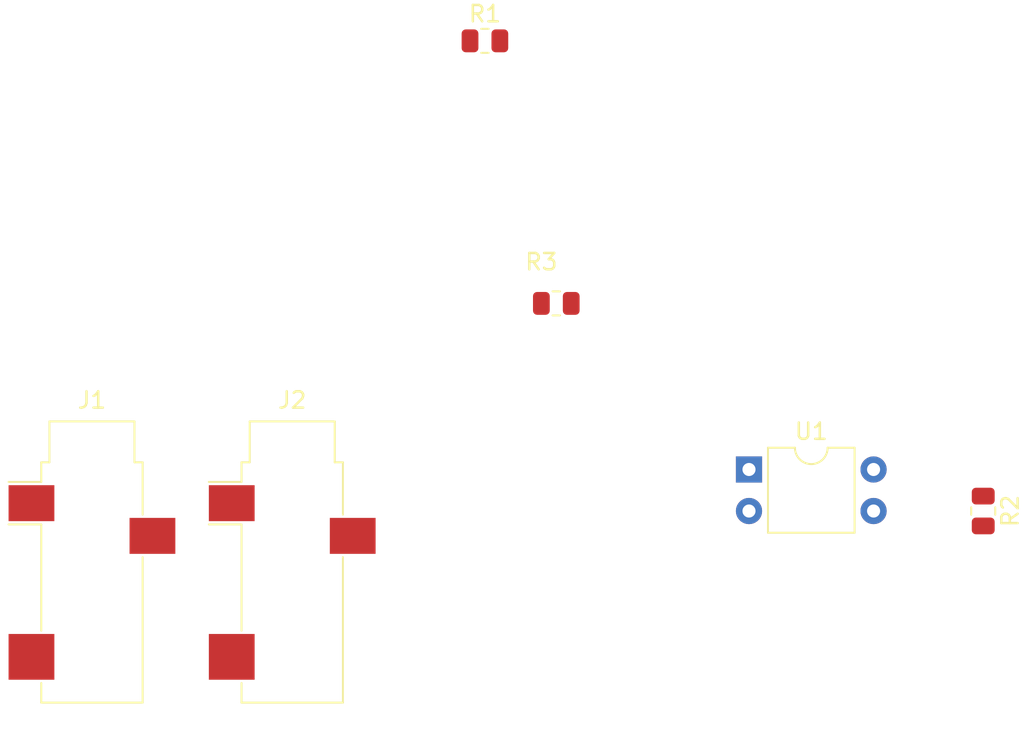
<source format=kicad_pcb>
(kicad_pcb (version 20221018) (generator pcbnew)
  (layers (0 "F.Cu" signal) (31 "B.Cu" signal) (34 "B.Paste" user) (35 "F.Paste" user) (36 "B.SilkS" user "B.Silkscreen") (37 "F.SilkS" user "F.Silkscreen") (38 "B.Mask" user) (39 "F.Mask" user) (44 "Edge.Cuts" user))
  (net 0 "")
  (net 5 "Net-(J1-PadS)")
  (net 6 "Net-(J1-PadT)")
  (net 7 "Net-(R1-Pad2)")
  (net 8 "Net-(R2-Pad1)")
  (net 9 "+3.3V")
  (net 10 "GND")
  (net 11 "Net-(R3-Pad2)")
  (footprint "Resistor_SMD:R_0805_2012Metric" (layer "F.Cu") (at 97.4325 68.58)
    (fp_text reference "R3" (at -0.9125 -2.54) (layer "F.SilkS"))
    (fp_text value "10k")
    (fp_line (start -0.227064 -0.735) (end 0.227064 -0.735) (stroke (width 0.12)) (layer "F.SilkS"))
    (fp_line (start -0.227064 0.735) (end 0.227064 0.735) (stroke (width 0.12)) (layer "F.SilkS"))
    (pad "1" smd roundrect (at -0.9125 0) (size 1.025 1.4) (layers "F.Cu" "F.Paste" "F.Mask") (roundrect_rratio 0.243902) (net 10 "GND"))
    (pad "2" smd roundrect (at 0.9125 0) (size 1.025 1.4) (layers "F.Cu" "F.Paste" "F.Mask") (roundrect_rratio 0.243902) (net 11 "Net-(R3-Pad2)"))
  )
  (footprint "Connector_Audio:Jack_3.5mm_CUI_SJ-3523-SMT_Horizontal" (layer "F.Cu") (at 69.03 84.4)
    (fp_text reference "J1" (at 0 -9.9) (layer "F.SilkS"))
    (fp_text value "Trigger_input")
    (fp_line (start -3.1 -6.1) (end -2.6 -6.1) (stroke (width 0.12)) (layer "F.SilkS"))
    (fp_line (start -3.1 -4.9) (end -5.1 -4.9) (stroke (width 0.12)) (layer "F.SilkS"))
    (fp_line (start -3.1 -4.9) (end -3.1 -6.1) (stroke (width 0.12)) (layer "F.SilkS"))
    (fp_line (start -3.1 -2.3) (end -5.1 -2.3) (stroke (width 0.12)) (layer "F.SilkS"))
    (fp_line (start -3.1 4.2) (end -3.1 -2.3) (stroke (width 0.12)) (layer "F.SilkS"))
    (fp_line (start -3.1 8.6) (end -3.1 7.4) (stroke (width 0.12)) (layer "F.SilkS"))
    (fp_line (start -2.6 -8.6) (end 2.6 -8.6) (stroke (width 0.12)) (layer "F.SilkS"))
    (fp_line (start -2.6 -6.1) (end -2.6 -8.6) (stroke (width 0.12)) (layer "F.SilkS"))
    (fp_line (start 2.6 -8.6) (end 2.6 -6.1) (stroke (width 0.12)) (layer "F.SilkS"))
    (fp_line (start 2.6 -6.1) (end 3.1 -6.1) (stroke (width 0.12)) (layer "F.SilkS"))
    (fp_line (start 3.1 -6.1) (end 3.1 -2.9) (stroke (width 0.12)) (layer "F.SilkS"))
    (fp_line (start 3.1 -0.3) (end 3.1 8.6) (stroke (width 0.12)) (layer "F.SilkS"))
    (fp_line (start 3.1 8.6) (end -3.1 8.6) (stroke (width 0.12)) (layer "F.SilkS"))
    (pad "" np_thru_hole circle (at 0 -2.5) (size 1.7 1.7) (drill 1.7) (layers "*.Cu" "*.Mask"))
    (pad "" np_thru_hole circle (at 0 4.5) (size 1.7 1.7) (drill 1.7) (layers "*.Cu" "*.Mask"))
    (pad "R" smd rect (at 3.7 -1.6) (size 2.8 2.2) (layers "F.Cu" "F.Paste" "F.Mask"))
    (pad "S" smd rect (at -3.7 -3.6) (size 2.8 2.2) (layers "F.Cu" "F.Paste" "F.Mask") (net 5 "Net-(J1-PadS)"))
    (pad "T" smd rect (at -3.7 5.8) (size 2.8 2.8) (layers "F.Cu" "F.Paste" "F.Mask") (net 6 "Net-(J1-PadT)"))
  )
  (footprint "Resistor_SMD:R_0805_2012Metric" (layer "F.Cu") (at 123.5475 81.28 -90)
    (fp_text reference "R2" (at 0 -1.65 90) (layer "F.SilkS"))
    (fp_text value "2k")
    (fp_line (start -0.227064 -0.735) (end 0.227064 -0.735) (stroke (width 0.12)) (layer "F.SilkS"))
    (fp_line (start -0.227064 0.735) (end 0.227064 0.735) (stroke (width 0.12)) (layer "F.SilkS"))
    (pad "1" smd roundrect (at -0.9125 0 270) (size 1.025 1.4) (layers "F.Cu" "F.Paste" "F.Mask") (roundrect_rratio 0.243902) (net 8 "Net-(R2-Pad1)"))
    (pad "2" smd roundrect (at 0.9125 0 270) (size 1.025 1.4) (layers "F.Cu" "F.Paste" "F.Mask") (roundrect_rratio 0.243902) (net 9 "+3.3V"))
  )
  (footprint "Connector_Audio:Jack_3.5mm_CUI_SJ-3523-SMT_Horizontal" (layer "F.Cu") (at 81.28 84.4)
    (fp_text reference "J2" (at 0 -9.9) (layer "F.SilkS"))
    (fp_text value "IR_output")
    (fp_line (start -3.1 -6.1) (end -2.6 -6.1) (stroke (width 0.12)) (layer "F.SilkS"))
    (fp_line (start -3.1 -4.9) (end -5.1 -4.9) (stroke (width 0.12)) (layer "F.SilkS"))
    (fp_line (start -3.1 -4.9) (end -3.1 -6.1) (stroke (width 0.12)) (layer "F.SilkS"))
    (fp_line (start -3.1 -2.3) (end -5.1 -2.3) (stroke (width 0.12)) (layer "F.SilkS"))
    (fp_line (start -3.1 4.2) (end -3.1 -2.3) (stroke (width 0.12)) (layer "F.SilkS"))
    (fp_line (start -3.1 8.6) (end -3.1 7.4) (stroke (width 0.12)) (layer "F.SilkS"))
    (fp_line (start -2.6 -8.6) (end 2.6 -8.6) (stroke (width 0.12)) (layer "F.SilkS"))
    (fp_line (start -2.6 -6.1) (end -2.6 -8.6) (stroke (width 0.12)) (layer "F.SilkS"))
    (fp_line (start 2.6 -8.6) (end 2.6 -6.1) (stroke (width 0.12)) (layer "F.SilkS"))
    (fp_line (start 2.6 -6.1) (end 3.1 -6.1) (stroke (width 0.12)) (layer "F.SilkS"))
    (fp_line (start 3.1 -6.1) (end 3.1 -2.9) (stroke (width 0.12)) (layer "F.SilkS"))
    (fp_line (start 3.1 -0.3) (end 3.1 8.6) (stroke (width 0.12)) (layer "F.SilkS"))
    (fp_line (start 3.1 8.6) (end -3.1 8.6) (stroke (width 0.12)) (layer "F.SilkS"))
    (pad "" np_thru_hole circle (at 0 -2.5) (size 1.7 1.7) (drill 1.7) (layers "*.Cu" "*.Mask"))
    (pad "" np_thru_hole circle (at 0 4.5) (size 1.7 1.7) (drill 1.7) (layers "*.Cu" "*.Mask"))
    (pad "R" smd rect (at 3.7 -1.6) (size 2.8 2.2) (layers "F.Cu" "F.Paste" "F.Mask"))
    (pad "S" smd rect (at -3.7 -3.6) (size 2.8 2.2) (layers "F.Cu" "F.Paste" "F.Mask"))
    (pad "T" smd rect (at -3.7 5.8) (size 2.8 2.8) (layers "F.Cu" "F.Paste" "F.Mask"))
  )
  (footprint "Resistor_SMD:R_0805_2012Metric" (layer "F.Cu") (at 93.0675 52.52)
    (fp_text reference "R1" (at 0 -1.65) (layer "F.SilkS"))
    (fp_text value "2k")
    (fp_line (start -0.227064 -0.735) (end 0.227064 -0.735) (stroke (width 0.12)) (layer "F.SilkS"))
    (fp_line (start -0.227064 0.735) (end 0.227064 0.735) (stroke (width 0.12)) (layer "F.SilkS"))
    (pad "1" smd roundrect (at -0.9125 0) (size 1.025 1.4) (layers "F.Cu" "F.Paste" "F.Mask") (roundrect_rratio 0.243902) (net 6 "Net-(J1-PadT)"))
    (pad "2" smd roundrect (at 0.9125 0) (size 1.025 1.4) (layers "F.Cu" "F.Paste" "F.Mask") (roundrect_rratio 0.243902) (net 7 "Net-(R1-Pad2)"))
  )
  (footprint "Package_DIP:DIP-4_W7.62mm" (layer "F.Cu") (at 109.22 78.74)
    (fp_text reference "U1" (at 3.81 -2.33) (layer "F.SilkS"))
    (fp_text value "PC817")
    (fp_line (start 1.16 -1.33) (end 1.16 3.87) (stroke (width 0.12)) (layer "F.SilkS"))
    (fp_line (start 1.16 3.87) (end 6.46 3.87) (stroke (width 0.12)) (layer "F.SilkS"))
    (fp_line (start 2.81 -1.33) (end 1.16 -1.33) (stroke (width 0.12)) (layer "F.SilkS"))
    (fp_line (start 6.46 -1.33) (end 4.81 -1.33) (stroke (width 0.12)) (layer "F.SilkS"))
    (fp_line (start 6.46 3.87) (end 6.46 -1.33) (stroke (width 0.12)) (layer "F.SilkS"))
    (fp_arc (start 4.81 -1.33) (mid 3.81 -0.33) (end 2.81 -1.33) (stroke (width 0.12)) (layer "F.SilkS"))
    (pad "1" thru_hole rect (at 0 0) (size 1.6 1.6) (drill 0.8) (layers "*.Cu" "*.Mask") (net 7 "Net-(R1-Pad2)"))
    (pad "2" thru_hole oval (at 0 2.54) (size 1.6 1.6) (drill 0.8) (layers "*.Cu" "*.Mask") (net 5 "Net-(J1-PadS)"))
    (pad "3" thru_hole oval (at 7.62 2.54) (size 1.6 1.6) (drill 0.8) (layers "*.Cu" "*.Mask") (net 11 "Net-(R3-Pad2)"))
    (pad "4" thru_hole oval (at 7.62 0) (size 1.6 1.6) (drill 0.8) (layers "*.Cu" "*.Mask") (net 8 "Net-(R2-Pad1)"))
  )
)
</source>
